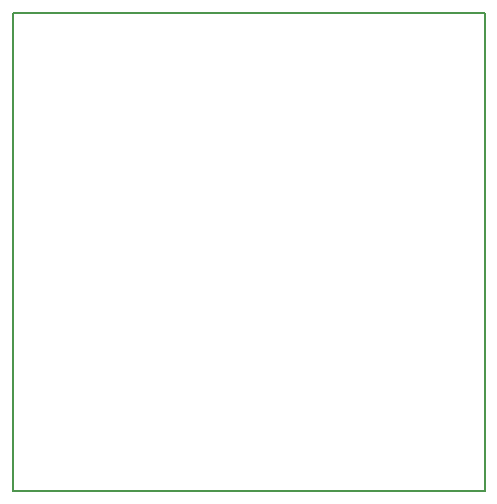
<source format=gm1>
G04*
G04 #@! TF.GenerationSoftware,Altium Limited,Altium Designer,24.4.1 (13)*
G04*
G04 Layer_Color=16711935*
%FSLAX25Y25*%
%MOIN*%
G70*
G04*
G04 #@! TF.SameCoordinates,8584FE8A-8FE8-497F-BE15-97A27C2B3E29*
G04*
G04*
G04 #@! TF.FilePolarity,Positive*
G04*
G01*
G75*
%ADD10C,0.00500*%
D10*
X0Y0D02*
X157480D01*
X0Y159449D02*
X157480D01*
Y0D02*
Y159449D01*
X0Y0D02*
Y159449D01*
M02*

</source>
